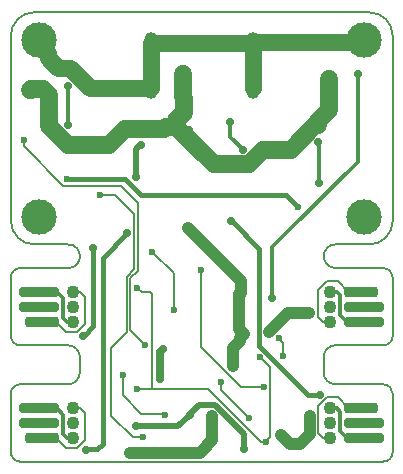
<source format=gbl>
G04*
G04 #@! TF.GenerationSoftware,Altium Limited,Altium Designer,21.5.1 (32)*
G04*
G04 Layer_Physical_Order=2*
G04 Layer_Color=16711680*
%FSAX25Y25*%
%MOIN*%
G70*
G04*
G04 #@! TF.SameCoordinates,E145FAAA-776B-438C-AE4F-039C15631CA5*
G04*
G04*
G04 #@! TF.FilePolarity,Positive*
G04*
G01*
G75*
%ADD13C,0.00787*%
%ADD66C,0.03937*%
%ADD67C,0.01968*%
%ADD68C,0.05906*%
%ADD69C,0.02756*%
%ADD70C,0.05512*%
%ADD71C,0.01378*%
%ADD72C,0.01575*%
%ADD73C,0.11811*%
G04:AMPARAMS|DCode=74|XSize=43.31mil|YSize=70.87mil|CornerRadius=19.49mil|HoleSize=0mil|Usage=FLASHONLY|Rotation=180.000|XOffset=0mil|YOffset=0mil|HoleType=Round|Shape=RoundedRectangle|*
%AMROUNDEDRECTD74*
21,1,0.04331,0.03189,0,0,180.0*
21,1,0.00433,0.07087,0,0,180.0*
1,1,0.03898,-0.00217,0.01595*
1,1,0.03898,0.00217,0.01595*
1,1,0.03898,0.00217,-0.01595*
1,1,0.03898,-0.00217,-0.01595*
%
%ADD74ROUNDEDRECTD74*%
%ADD75C,0.02756*%
%ADD76C,0.02362*%
G04:AMPARAMS|DCode=77|XSize=35.43mil|YSize=135.83mil|CornerRadius=13.82mil|HoleSize=0mil|Usage=FLASHONLY|Rotation=270.000|XOffset=0mil|YOffset=0mil|HoleType=Round|Shape=RoundedRectangle|*
%AMROUNDEDRECTD77*
21,1,0.03543,0.10819,0,0,270.0*
21,1,0.00780,0.13583,0,0,270.0*
1,1,0.02764,-0.05409,-0.00390*
1,1,0.02764,-0.05409,0.00390*
1,1,0.02764,0.05409,0.00390*
1,1,0.02764,0.05409,-0.00390*
%
%ADD77ROUNDEDRECTD77*%
G04:AMPARAMS|DCode=78|XSize=35.43mil|YSize=116.14mil|CornerRadius=13.82mil|HoleSize=0mil|Usage=FLASHONLY|Rotation=270.000|XOffset=0mil|YOffset=0mil|HoleType=Round|Shape=RoundedRectangle|*
%AMROUNDEDRECTD78*
21,1,0.03543,0.08850,0,0,270.0*
21,1,0.00780,0.11614,0,0,270.0*
1,1,0.02764,-0.04425,-0.00390*
1,1,0.02764,-0.04425,0.00390*
1,1,0.02764,0.04425,0.00390*
1,1,0.02764,0.04425,-0.00390*
%
%ADD78ROUNDEDRECTD78*%
%ADD79C,0.01181*%
%ADD80C,0.04331*%
D13*
X-0028913Y0088861D02*
X-0022636Y0082584D01*
X-0023771Y0043885D02*
X-0018832Y0038947D01*
X-0021513Y0057937D02*
X-0019938Y0056362D01*
X-0023771Y0043885D02*
Y0061104D01*
X-0025050Y0043098D02*
Y0061634D01*
X-0021704Y0057937D02*
X-0021513D01*
X-0025050Y0061634D02*
X-0022636Y0064048D01*
X-0021357Y0063518D02*
Y0086300D01*
X-0019938Y0056362D02*
X-0017193D01*
X-0023771Y0061104D02*
X-0021357Y0063518D01*
X-0026892Y0091835D02*
X-0021357Y0086300D01*
X-0030217Y0037931D02*
X-0025050Y0043098D01*
X-0017193Y0056362D02*
X-0016535Y0055704D01*
X-0022636Y0064048D02*
Y0082584D01*
X-0030217Y0015212D02*
Y0037931D01*
X-0009421Y0050348D02*
Y0062800D01*
X-0016568Y0069947D02*
X-0009421Y0062800D01*
X-0016535Y0024240D02*
Y0055704D01*
X0001982Y0024135D02*
X0019627Y0006490D01*
X0021244D02*
X0021319Y0006415D01*
X-0021753Y0024135D02*
X0001982D01*
X0019627Y0006490D02*
X0021244D01*
X0022644Y0008166D02*
Y0031558D01*
X0021319Y0006786D02*
Y0006841D01*
X0022644Y0008166D01*
X0019261Y0034941D02*
X0022644Y0031558D01*
X0025822Y0040837D02*
Y0041264D01*
X0027148Y0035100D02*
Y0039511D01*
X0025822Y0040837D02*
X0027148Y0039511D01*
X0006523Y0023737D02*
Y0026664D01*
X0015616Y0014645D02*
X0015616D01*
X0006523Y0023737D02*
X0015616Y0014645D01*
X0013012Y0024803D02*
X0020577D01*
X-0012605Y0015825D02*
X-0012303Y0015524D01*
X-0020098Y0015825D02*
X-0012605D01*
X-0030217Y0015212D02*
X-0023075Y0008071D01*
X-0019685D01*
X-0046133Y0091835D02*
X-0026892D01*
X-0059336Y0105038D02*
X-0046133Y0091835D01*
X-0059336Y0105038D02*
Y0107147D01*
X-0033987Y0088861D02*
X-0028913D01*
X-0033988Y0088861D02*
X-0033987Y0088861D01*
X-0000381Y0038196D02*
X0013012Y0024803D01*
X-0000381Y0038196D02*
Y0063808D01*
X-0026297Y0022024D02*
X-0020098Y0015825D01*
X-0026297Y0022024D02*
Y0028779D01*
X0040436Y0007854D02*
X0042799D01*
X0048755Y0017854D02*
X0053134D01*
X0038799Y0009491D02*
Y0011854D01*
Y0009491D02*
X0040436Y0007854D01*
X0038799Y0011854D02*
Y0018554D01*
X0041599Y0021354D01*
X0045255D01*
X0048755Y0017854D01*
X-0042799Y0056638D02*
X-0040436D01*
X-0053134Y0046638D02*
X-0048755D01*
X-0038799Y0052638D02*
Y0055001D01*
X-0040436Y0056638D02*
X-0038799Y0055001D01*
Y0045938D02*
Y0052638D01*
X-0041599Y0043138D02*
X-0038799Y0045938D01*
X-0045255Y0043138D02*
X-0041599D01*
X-0048755Y0046638D02*
X-0045255Y0043138D01*
X0040436Y0046638D02*
X0042799D01*
X0048755Y0056638D02*
X0053134D01*
X0038799Y0048274D02*
Y0050638D01*
Y0048274D02*
X0040436Y0046638D01*
X0038799Y0050638D02*
Y0057338D01*
X0041599Y0060138D01*
X0045255D01*
X0048755Y0056638D01*
X-0042799Y0017854D02*
X-0040436D01*
X-0053134Y0007854D02*
X-0048755D01*
X-0038799Y0013854D02*
Y0016218D01*
X-0040436Y0017854D02*
X-0038799Y0016218D01*
Y0007154D02*
Y0013854D01*
X-0041599Y0004354D02*
X-0038799Y0007154D01*
X-0045255Y0004354D02*
X-0041599D01*
X-0048755Y0007854D02*
X-0045255Y0004354D01*
X-0063660Y0003150D02*
G03*
X-0060510Y-0000000I0003145J-0000004D01*
G01*
X0063660Y0141890D02*
G03*
X0055785Y0149764I-0007874J0000000D01*
G01*
X-0040628Y0034803D02*
G03*
X-0044565Y0038740I-0003937J-0000000D01*
G01*
X0055785Y0072366D02*
G03*
X0063660Y0080240I-0000003J0007877D01*
G01*
X-0060510Y0025748D02*
G03*
X-0063660Y0022598I-0000004J-0003145D01*
G01*
X0040628Y0029687D02*
G03*
X0044565Y0025748I0003939J0000000D01*
G01*
X-0044565Y0064488D02*
G03*
X-0044565Y0072366I-0000002J0003939D01*
G01*
X0060510Y0038740D02*
G03*
X0063660Y0041890I0000004J0003145D01*
G01*
X0044569Y0072366D02*
G03*
X0044565Y0064488I-0000002J-0003939D01*
G01*
X-0063656Y0080240D02*
G03*
X-0055782Y0072366I0007877J0000003D01*
G01*
X-0060510Y0064488D02*
G03*
X-0063660Y0061339I-0000004J-0003145D01*
G01*
X-0044565Y0025748D02*
G03*
X-0040628Y0029687I-0000002J0003939D01*
G01*
X0060510Y0000000D02*
G03*
X0063660Y0003150I0000004J0003145D01*
G01*
X0044565Y0038740D02*
G03*
X0040628Y0034803I0000000J-0003937D01*
G01*
X-0055782Y0149764D02*
G03*
X-0063656Y0141890I0000000J-0007874D01*
G01*
X-0063660Y0041890D02*
G03*
X-0060510Y0038740I0003145J-0000004D01*
G01*
X0063660Y0061339D02*
G03*
X0060510Y0064488I-0003145J0000004D01*
G01*
X0063660Y0022598D02*
G03*
X0060510Y0025748I-0003145J0000004D01*
G01*
X-0063660Y0041890D02*
Y0061339D01*
X0044569Y0072366D02*
X0055785D01*
X0063660Y0003150D02*
Y0022598D01*
X-0060510Y0038740D02*
X-0044565D01*
X0063660Y0080240D02*
Y0141890D01*
X0044565Y0025748D02*
X0060510D01*
X-0055782Y0149764D02*
X0055785D01*
X-0040628Y0029687D02*
Y0034803D01*
X0040628Y0029687D02*
Y0034803D01*
X-0063656Y0080240D02*
Y0141890D01*
X-0060510Y0025748D02*
X-0044565D01*
X0044565Y0038740D02*
X0060510D01*
X-0055782Y0072366D02*
X-0044565D01*
X-0063660Y0003150D02*
Y0022598D01*
X0063660Y0041890D02*
Y0061339D01*
X-0060510Y0064488D02*
X-0044565D01*
X0044565D02*
X0060510D01*
X-0060510Y0000000D02*
X0060510D01*
D66*
X0010318Y0037693D02*
X0012726Y0040102D01*
X0010318Y0031742D02*
Y0037693D01*
X0012719Y0040114D02*
Y0041059D01*
X0014187Y0042527D01*
X-0004528Y0077854D02*
X0013087Y0060240D01*
X0012570Y0055791D02*
X0013087Y0056309D01*
Y0060240D01*
X0012570Y0044145D02*
Y0055791D01*
X0026493Y0008984D02*
X0029540Y0005937D01*
X0032801D02*
X0033073Y0006209D01*
X0029540Y0005937D02*
X0032801D01*
X0012570Y0044145D02*
X0014187Y0042527D01*
X0003485Y0015057D02*
X0003514Y0015086D01*
X0003485Y0007241D02*
Y0015057D01*
X-0000509Y0002756D02*
X0001797Y0005062D01*
Y0005553D01*
X-0010077Y0002756D02*
X-0000509D01*
X0001797Y0005553D02*
X0003485Y0007241D01*
X0022470Y0043294D02*
X0028669Y0049493D01*
X0035721D01*
X0035945Y0009081D02*
Y0015327D01*
X0033073Y0006209D02*
X0035945Y0009081D01*
X-0010157Y0002835D02*
X-0010077Y0002756D01*
X-0010165Y0002828D02*
X-0010157Y0002835D01*
X-0023905Y0002820D02*
X-0023898Y0002828D01*
X-0010165D01*
X0026280Y0008984D02*
X0026493D01*
D67*
X-0022059Y0104054D02*
X-0020662Y0105450D01*
X-0020321D01*
X-0020170Y0105601D01*
X-0022059Y0094876D02*
Y0104054D01*
X0014136Y0004231D02*
Y0009337D01*
X0014078Y0004172D02*
X0014136Y0004231D01*
X0004473Y0019000D02*
X0014136Y0009337D01*
X-0000789Y0019000D02*
X0004473D01*
X-0004024Y0015764D02*
X-0000789Y0019000D01*
X-0004024Y0015551D02*
Y0015764D01*
X-0007813Y0011763D02*
X-0004024Y0015551D01*
X-0021959Y0011763D02*
X-0007813D01*
D68*
X0037746Y0112268D02*
X0039850Y0114372D01*
X-0035505Y0105652D02*
X-0030783D01*
X-0044636D02*
X-0035736D01*
X0039850Y0114372D02*
X0042499Y0117021D01*
Y0124491D02*
Y0127633D01*
Y0117021D02*
Y0124491D01*
X-0008457Y0111484D02*
X0003913Y0099114D01*
X-0052636Y0123967D02*
X-0050899Y0122230D01*
Y0111915D02*
Y0122230D01*
X-0056777Y0124085D02*
X-0052911D01*
X-0056980Y0123883D02*
X-0056777Y0124085D01*
X-0057114Y0123883D02*
X-0056980D01*
X-0006201Y0121361D02*
Y0129232D01*
X-0008457Y0113914D02*
X-0006062Y0116309D01*
X-0006201Y0121361D02*
X-0006062Y0121222D01*
Y0116309D02*
Y0121222D01*
X0003913Y0099114D02*
X0015583D01*
X-0011813Y0111484D02*
X-0008457D01*
Y0113914D01*
X0015583Y0099114D02*
X0020280Y0103811D01*
X-0012605Y0110692D02*
X-0011813Y0111484D01*
X-0030783Y0105652D02*
X-0025742Y0110692D01*
X0037804Y0112210D02*
X0038644D01*
X0025356Y0103994D02*
X0029588D01*
X0037804Y0112210D01*
X-0025742Y0110692D02*
X-0012605D01*
X-0050899Y0111915D02*
X-0044636Y0105652D01*
X0020280Y0103854D02*
X0025279D01*
D69*
X-0014023Y0036567D02*
X-0013091Y0037500D01*
X-0014023Y0027358D02*
Y0036567D01*
D70*
X-0037284Y0124606D02*
X-0017008D01*
X0017598Y0139737D02*
X0053276D01*
X-0017008Y0124606D02*
Y0139567D01*
X-0043871Y0131193D02*
X-0037284Y0124606D01*
X-0048057Y0131193D02*
X-0043871D01*
X-0051286Y0134422D02*
X-0048057Y0131193D01*
X-0051286Y0134422D02*
Y0136042D01*
X-0054134Y0138890D02*
X-0051286Y0136042D01*
X-0054134Y0138890D02*
Y0140594D01*
X0053276Y0139737D02*
X0054134Y0140594D01*
X-0017008Y0139567D02*
X0017008D01*
Y0124606D02*
Y0139567D01*
D71*
X0013585Y0103937D02*
Y0104100D01*
X0009442Y0108243D02*
X0013585Y0104100D01*
X0009442Y0108243D02*
Y0113300D01*
X0038780Y0106365D02*
X0039043Y0106101D01*
Y0105127D02*
X0039075Y0105095D01*
X0039043Y0105127D02*
Y0106101D01*
X0039075Y0092815D02*
Y0105095D01*
X0028846Y0076711D02*
X0051968Y0099833D01*
X0023530Y0071395D02*
X0028846Y0076711D01*
X0023530Y0054478D02*
Y0071395D01*
X-0044505Y0112341D02*
Y0125077D01*
Y0112341D02*
X-0044477Y0112314D01*
X-0044532Y0125105D02*
X-0044505Y0125077D01*
X0051968Y0099833D02*
Y0129099D01*
D72*
X0035411Y0022327D02*
X0039370D01*
X0019221Y0038517D02*
X0035411Y0022327D01*
X-0033071Y0067963D02*
X-0024900Y0076133D01*
X-0033071Y0006004D02*
Y0067963D01*
X-0044855Y0094071D02*
X-0025542D01*
X-0020332Y0088861D01*
X0028068D01*
X0019221Y0038517D02*
Y0070960D01*
X0009927Y0080255D02*
X0019221Y0070960D01*
X0009732Y0080255D02*
X0009927D01*
X-0039567Y0041969D02*
X-0039242D01*
X-0036122Y0045089D01*
X-0038532Y0004035D02*
X-0035039D01*
X-0038656Y0003911D02*
X-0038532Y0004035D01*
X0028068Y0088861D02*
X0032087Y0084842D01*
X-0036122Y0045089D02*
Y0071161D01*
X-0035039Y0004035D02*
X-0033071Y0006004D01*
D73*
X-0054134Y0081539D02*
D03*
X0054134D02*
D03*
X-0054134Y0140594D02*
D03*
X0054134D02*
D03*
D74*
X0017008Y0139567D02*
D03*
X-0017008D02*
D03*
X0017008Y0124606D02*
D03*
X-0017008D02*
D03*
D75*
X0012726Y0040102D02*
D03*
X0013087Y0058902D02*
D03*
X-0002559Y0075295D02*
D03*
X-0023622Y0124114D02*
D03*
X-0008457Y0111484D02*
D03*
X-0006062Y0121222D02*
D03*
X-0020170Y0105601D02*
D03*
X-0052911Y0124085D02*
D03*
X-0057114Y0123883D02*
D03*
X-0005984Y0126516D02*
D03*
X-0013091Y0037500D02*
D03*
X-0014023Y0027358D02*
D03*
X0039370Y0022327D02*
D03*
X0012570Y0053198D02*
D03*
X-0024900Y0076133D02*
D03*
X0003514Y0015086D02*
D03*
X0014136Y0004115D02*
D03*
X0013585Y0103937D02*
D03*
X0022470Y0043294D02*
D03*
X0035721Y0049214D02*
D03*
X0023530Y0054478D02*
D03*
X0013994Y0042333D02*
D03*
X0035945Y0015327D02*
D03*
X-0039567Y0041969D02*
D03*
X-0038656Y0003911D02*
D03*
X0009442Y0113300D02*
D03*
X-0004132Y0110630D02*
D03*
X-0044532Y0125105D02*
D03*
X-0035387Y0106001D02*
D03*
X-0027173Y0123813D02*
D03*
X-0048371Y0130651D02*
D03*
X0024213Y0140748D02*
D03*
X0029134D02*
D03*
X0033957D02*
D03*
X0038780Y0106365D02*
D03*
X-0044477Y0112314D02*
D03*
X0039850Y0114372D02*
D03*
X0038644Y0112210D02*
D03*
X0025356Y0103994D02*
D03*
X-0005709Y0116142D02*
D03*
X-0006201Y0129232D02*
D03*
X0020280Y0103854D02*
D03*
X0042499Y0124491D02*
D03*
Y0127633D02*
D03*
X0026280Y0008984D02*
D03*
X-0040030Y0105652D02*
D03*
X-0022059Y0094876D02*
D03*
X0039075Y0092815D02*
D03*
X-0004528Y0077854D02*
D03*
X0009732Y0080255D02*
D03*
X0051968Y0129099D02*
D03*
X0010318Y0031742D02*
D03*
X-0021959Y0011763D02*
D03*
X-0004024Y0015551D02*
D03*
X-0036122Y0071161D02*
D03*
X0033073Y0006209D02*
D03*
X0003485Y0007854D02*
D03*
X-0010157Y0002835D02*
D03*
X-0023905Y0002820D02*
D03*
D76*
X-0021704Y0057937D02*
D03*
X-0018832Y0038947D02*
D03*
X0021319Y0006415D02*
D03*
X0019261Y0034941D02*
D03*
X0025822Y0041264D02*
D03*
X0020577Y0024803D02*
D03*
X-0012303Y0015524D02*
D03*
X-0019685Y0008071D02*
D03*
X-0021753Y0024135D02*
D03*
X-0016568Y0069947D02*
D03*
X0032087Y0084842D02*
D03*
X-0044855Y0094071D02*
D03*
X-0059373Y0107185D02*
D03*
X-0033988Y0088861D02*
D03*
X0015616Y0014645D02*
D03*
X-0000381Y0063808D02*
D03*
X0027148Y0035100D02*
D03*
X0006523Y0026664D02*
D03*
X-0009421Y0050348D02*
D03*
X-0026297Y0028779D02*
D03*
X0054118Y0012854D02*
D03*
X-0054118Y0051638D02*
D03*
X0054118D02*
D03*
X-0054118Y0012854D02*
D03*
D77*
X0054118D02*
D03*
Y0007854D02*
D03*
X-0054118Y0051638D02*
D03*
Y0056638D02*
D03*
X0054118Y0051638D02*
D03*
Y0046638D02*
D03*
X-0054118Y0012854D02*
D03*
Y0017854D02*
D03*
D78*
X0053134D02*
D03*
X-0053134Y0046638D02*
D03*
X0053134Y0056638D02*
D03*
X-0053134Y0007854D02*
D03*
D79*
X0042799Y0017854D02*
X0044965D01*
X0046167Y0016652D01*
Y0010048D02*
Y0016652D01*
Y0010048D02*
X0048360Y0007854D01*
X0054118D01*
X-0044965Y0046638D02*
X-0042799D01*
X-0046167Y0047840D02*
X-0044965Y0046638D01*
X-0046167Y0047840D02*
Y0054444D01*
X-0048360Y0056638D02*
X-0046167Y0054444D01*
X-0054118Y0056638D02*
X-0048360D01*
X0042799D02*
X0044965D01*
X0046167Y0055436D01*
Y0048831D02*
Y0055436D01*
Y0048831D02*
X0048360Y0046638D01*
X0054118D01*
X-0044965Y0007854D02*
X-0042799D01*
X-0046167Y0009056D02*
X-0044965Y0007854D01*
X-0046167Y0009056D02*
Y0015661D01*
X-0048360Y0017854D02*
X-0046167Y0015661D01*
X-0054118Y0017854D02*
X-0048360D01*
D80*
X0042799Y0007854D02*
D03*
Y0012854D02*
D03*
Y0017854D02*
D03*
X-0042799Y0056638D02*
D03*
Y0051638D02*
D03*
Y0046638D02*
D03*
X0042799D02*
D03*
Y0051638D02*
D03*
Y0056638D02*
D03*
X-0042799Y0017854D02*
D03*
Y0012854D02*
D03*
Y0007854D02*
D03*
M02*

</source>
